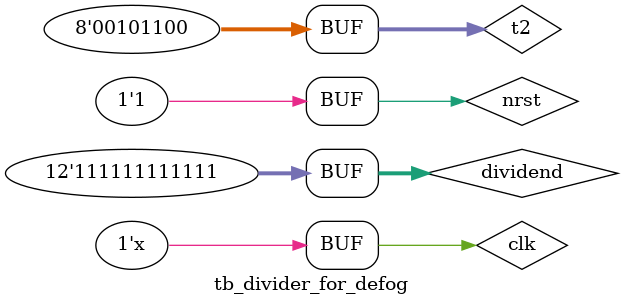
<source format=v>
module tb_divider_for_defog;
	reg	[7:0]	t2;
	reg	[11:0]	dividend;
	reg	clk;
	reg	nrst;
	wire	[7:0]	quotient;
	
initial begin
  nrst = 1'b0;
  clk = 1'b0;
  dividend = 12'd4095;
  t2 = 8'd188;
  #5 nrst = 1'b1;
  #100 t2 = 8'd103;
  #100 t2 = 8'd44;
end

always #5 clk = !clk;

divider_for_defog u0(
	.t2(t2),
	.dividend(dividend),
	.clk(clk),
	.nrst(nrst),
	.quotient(quotient)
);

endmodule
</source>
